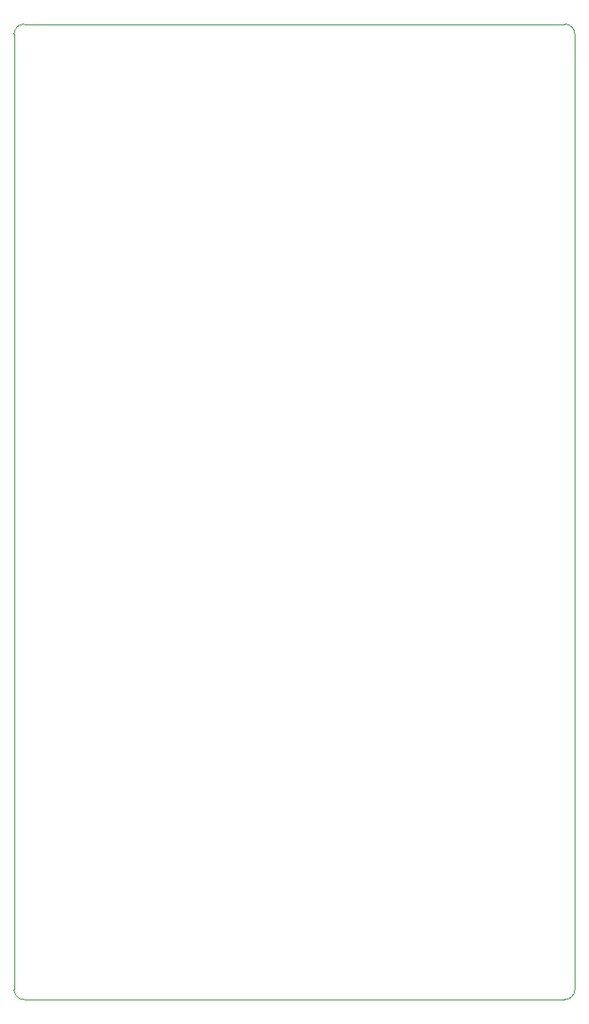
<source format=gm1>
%TF.GenerationSoftware,KiCad,Pcbnew,5.1.10-88a1d61d58~88~ubuntu20.04.1*%
%TF.CreationDate,2021-06-24T14:50:30-05:00*%
%TF.ProjectId,MiOrigin,4d694f72-6967-4696-9e2e-6b696361645f,rev?*%
%TF.SameCoordinates,Original*%
%TF.FileFunction,Profile,NP*%
%FSLAX46Y46*%
G04 Gerber Fmt 4.6, Leading zero omitted, Abs format (unit mm)*
G04 Created by KiCad (PCBNEW 5.1.10-88a1d61d58~88~ubuntu20.04.1) date 2021-06-24 14:50:30*
%MOMM*%
%LPD*%
G01*
G04 APERTURE LIST*
%TA.AperFunction,Profile*%
%ADD10C,0.010000*%
%TD*%
G04 APERTURE END LIST*
D10*
X125580000Y-143500000D02*
G75*
G02*
X124580000Y-142500000I0J1000000D01*
G01*
X180920000Y-142500000D02*
G75*
G02*
X179920000Y-143500000I-1000000J0D01*
G01*
X179920000Y-45500000D02*
G75*
G02*
X180920000Y-46500000I0J-1000000D01*
G01*
X124580000Y-46500000D02*
G75*
G02*
X125580000Y-45500000I1000000J0D01*
G01*
X124580000Y-142500000D02*
X124580000Y-46500000D01*
X180920000Y-142500000D02*
X180920000Y-46500000D01*
X179920000Y-143500000D02*
X125580000Y-143500000D01*
X125580000Y-45500000D02*
X179920000Y-45500000D01*
M02*

</source>
